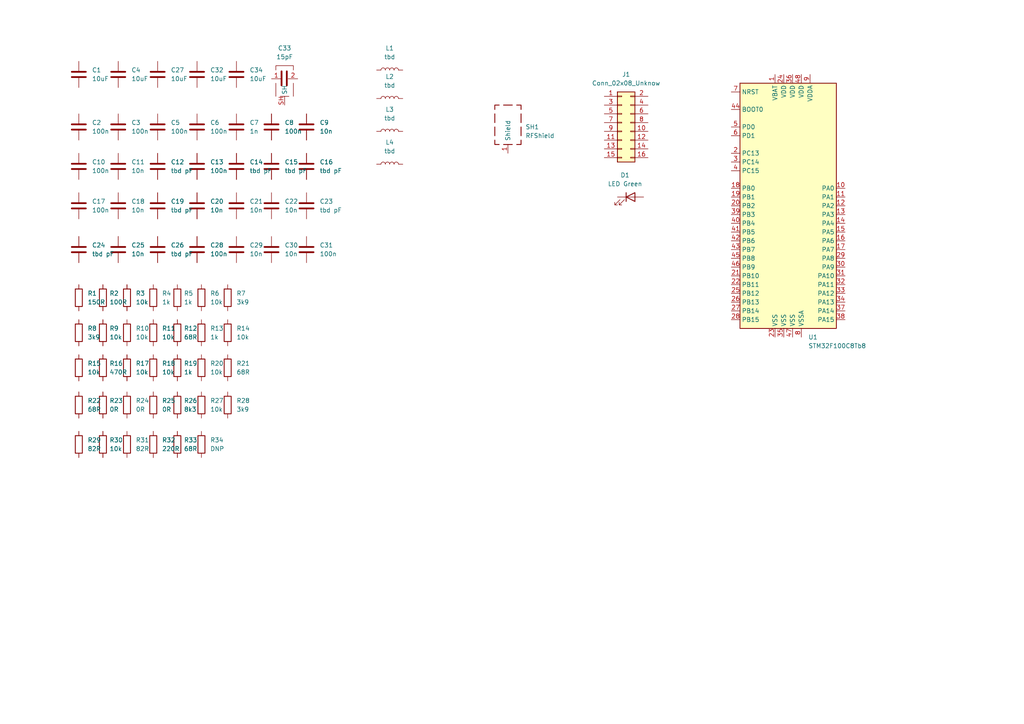
<source format=kicad_sch>
(kicad_sch (version 20211123) (generator eeschema)
  (paper "A4")
  (lib_symbols
    (symbol "C_Shield_1"
      (property "Reference" "C" (at 0 7.62 0))
      (property "Value" "C_Shield_1" (at 0 5.08 0))
      (symbol "C_Shield_1_0_1"
        (polyline (pts (xy -2.54 -5.08) (xy -2.54 -1.27)))
        (polyline (pts (xy -0.889 -1.905) (xy -0.889 2.159)) (stroke (width 0.508)))
        (polyline (pts (xy 0 -5.08) (xy -1.27 -5.08)))
        (polyline (pts (xy 0 -5.08) (xy 1.27 -5.08)))
        (polyline (pts (xy 0.635 -1.905) (xy 0.635 2.159)) (stroke (width 0.508)))
        (polyline (pts (xy 2.54 -1.27) (xy 2.54 -5.08)))
        (polyline (pts (xy -2.54 2.54) (xy -2.54 3.81) (xy 2.54 3.81) (xy 2.54 2.54)))
      )
      (symbol "C_Shield_1_1_1"
        (pin passive line (at -3.81 0 0) (length 2.794) (name "~") (number "1"))
        (pin passive line (at 3.81 0 180) (length 2.794) (name "~") (number "2"))
        (pin passive line (at 0 -7.62 90) (length 2.54) (name "SH") (number "SH"))
      )
    )
    (symbol "Connector_Generic:Conn_02x08_Odd_Even" (pin_names (offset 1.016) hide)
      (property "Reference" "J" (at 1.27 10.16 0))
      (property "Value" "Conn_02x08_Odd_Even" (at 1.27 -12.7 0))
      (symbol "Conn_02x08_Odd_Even_1_1"
        (rectangle (start -1.27 -10.033) (end 0 -10.287) (stroke (width 0.1524)))
        (rectangle (start -1.27 -7.493) (end 0 -7.747) (stroke (width 0.1524)))
        (rectangle (start -1.27 -4.953) (end 0 -5.207) (stroke (width 0.1524)))
        (rectangle (start -1.27 -2.413) (end 0 -2.667) (stroke (width 0.1524)))
        (rectangle (start -1.27 0.127) (end 0 -0.127) (stroke (width 0.1524)))
        (rectangle (start -1.27 2.667) (end 0 2.413) (stroke (width 0.1524)))
        (rectangle (start -1.27 5.207) (end 0 4.953) (stroke (width 0.1524)))
        (rectangle (start -1.27 7.747) (end 0 7.493) (stroke (width 0.1524)))
        (rectangle (start -1.27 8.89) (end 3.81 -11.43) (stroke (width 0.254)) (fill (type background)))
        (rectangle (start 3.81 -10.033) (end 2.54 -10.287) (stroke (width 0.1524)))
        (rectangle (start 3.81 -7.493) (end 2.54 -7.747) (stroke (width 0.1524)))
        (rectangle (start 3.81 -4.953) (end 2.54 -5.207) (stroke (width 0.1524)))
        (rectangle (start 3.81 -2.413) (end 2.54 -2.667) (stroke (width 0.1524)))
        (rectangle (start 3.81 0.127) (end 2.54 -0.127) (stroke (width 0.1524)))
        (rectangle (start 3.81 2.667) (end 2.54 2.413) (stroke (width 0.1524)))
        (rectangle (start 3.81 5.207) (end 2.54 4.953) (stroke (width 0.1524)))
        (rectangle (start 3.81 7.747) (end 2.54 7.493) (stroke (width 0.1524)))
        (pin passive line (at -5.08 7.62 0) (length 3.81) (name "Pin_1") (number "1"))
        (pin passive line (at 7.62 -2.54 180) (length 3.81) (name "Pin_10") (number "10"))
        (pin passive line (at -5.08 -5.08 0) (length 3.81) (name "Pin_11") (number "11"))
        (pin passive line (at 7.62 -5.08 180) (length 3.81) (name "Pin_12") (number "12"))
        (pin passive line (at -5.08 -7.62 0) (length 3.81) (name "Pin_13") (number "13"))
        (pin passive line (at 7.62 -7.62 180) (length 3.81) (name "Pin_14") (number "14"))
        (pin passive line (at -5.08 -10.16 0) (length 3.81) (name "Pin_15") (number "15"))
        (pin passive line (at 7.62 -10.16 180) (length 3.81) (name "Pin_16") (number "16"))
        (pin passive line (at 7.62 7.62 180) (length 3.81) (name "Pin_2") (number "2"))
        (pin passive line (at -5.08 5.08 0) (length 3.81) (name "Pin_3") (number "3"))
        (pin passive line (at 7.62 5.08 180) (length 3.81) (name "Pin_4") (number "4"))
        (pin passive line (at -5.08 2.54 0) (length 3.81) (name "Pin_5") (number "5"))
        (pin passive line (at 7.62 2.54 180) (length 3.81) (name "Pin_6") (number "6"))
        (pin passive line (at -5.08 0 0) (length 3.81) (name "Pin_7") (number "7"))
        (pin passive line (at 7.62 0 180) (length 3.81) (name "Pin_8") (number "8"))
        (pin passive line (at -5.08 -2.54 0) (length 3.81) (name "Pin_9") (number "9"))
      )
    )
    (symbol "Device:C" (pin_numbers hide) (pin_names (offset 0.254))
      (property "Reference" "C" (at 0.635 2.54 0))
      (property "Value" "C" (at 0.635 -2.54 0))
      (symbol "C_0_1"
        (polyline (pts (xy -2.032 -0.762) (xy 2.032 -0.762)) (stroke (width 0.508)))
        (polyline (pts (xy -2.032 0.762) (xy 2.032 0.762)) (stroke (width 0.508)))
      )
      (symbol "C_1_1"
        (pin passive line (at 0 3.81 270) (length 2.794) (name "~") (number "1"))
        (pin passive line (at 0 -3.81 90) (length 2.794) (name "~") (number "2"))
      )
    )
    (symbol "Device:L" (pin_numbers hide) (pin_names (offset 1.016) hide)
      (property "Reference" "L" (at -1.27 0 90))
      (property "Value" "L" (at 1.905 0 90))
      (symbol "L_0_1"
        (arc (start 0 -2.54) (mid 0.635 -1.905) (end 0 -1.27))
        (arc (start 0 -1.27) (mid 0.635 -0.635) (end 0 0))
        (arc (start 0 0) (mid 0.635 0.635) (end 0 1.27))
        (arc (start 0 1.27) (mid 0.635 1.905) (end 0 2.54))
      )
      (symbol "L_1_1"
        (pin passive line (at 0 3.81 270) (length 1.27) (name "1") (number "1"))
        (pin passive line (at 0 -3.81 90) (length 1.27) (name "2") (number "2"))
      )
    )
    (symbol "Device:LED" (pin_numbers hide) (pin_names (offset 1.016) hide)
      (property "Reference" "D" (at 0 2.54 0))
      (property "Value" "LED" (at 0 -2.54 0))
      (symbol "LED_0_1"
        (polyline (pts (xy -1.27 -1.27) (xy -1.27 1.27)) (stroke (width 0.254)))
        (polyline (pts (xy -1.27 0) (xy 1.27 0)))
        (polyline (pts (xy 1.27 -1.27) (xy 1.27 1.27) (xy -1.27 0) (xy 1.27 -1.27)) (stroke (width 0.254)))
        (polyline (pts (xy -3.048 -0.762) (xy -4.572 -2.286) (xy -3.81 -2.286) (xy -4.572 -2.286) (xy -4.572 -1.524)))
        (polyline (pts (xy -1.778 -0.762) (xy -3.302 -2.286) (xy -2.54 -2.286) (xy -3.302 -2.286) (xy -3.302 -1.524)))
      )
      (symbol "LED_1_1"
        (pin passive line (at -3.81 0 0) (length 2.54) (name "K") (number "1"))
        (pin passive line (at 3.81 0 180) (length 2.54) (name "A") (number "2"))
      )
    )
    (symbol "Device:R" (pin_numbers hide) (pin_names (offset 0))
      (property "Reference" "R" (at 2.032 0 90))
      (property "Value" "R" (at 0 0 90))
      (symbol "R_0_1"
        (rectangle (start -1.016 -2.54) (end 1.016 2.54) (stroke (width 0.254)))
      )
      (symbol "R_1_1"
        (pin passive line (at 0 3.81 270) (length 1.27) (name "~") (number "1"))
        (pin passive line (at 0 -3.81 90) (length 1.27) (name "~") (number "2"))
      )
    )
    (symbol "Device:RFShield_OnePiece" (pin_names (offset 1.016))
      (property "Reference" "SH1" (at 5.08 -2.54 0))
      (property "Value" "RFShield_OnePiece" (at 5.08 -5.08 0))
      (symbol "RFShield_OnePiece_0_1"
        (polyline (pts (xy -3.81 -5.08) (xy -3.81 -2.54)) (stroke (width 0.254)))
        (polyline (pts (xy -3.81 -1.27) (xy -3.81 1.27)) (stroke (width 0.254)))
        (polyline (pts (xy -1.27 -7.62) (xy 1.27 -7.62)) (stroke (width 0.254)))
        (polyline (pts (xy 1.27 3.81) (xy -1.27 3.81)) (stroke (width 0.254)))
        (polyline (pts (xy 3.81 -5.08) (xy 3.81 -2.54)) (stroke (width 0.254)))
        (polyline (pts (xy 3.81 -1.27) (xy 3.81 1.27)) (stroke (width 0.254)))
        (polyline (pts (xy -3.81 2.54) (xy -3.81 3.81) (xy -2.54 3.81)) (stroke (width 0.254)))
        (polyline (pts (xy -2.54 -7.62) (xy -3.81 -7.62) (xy -3.81 -6.35)) (stroke (width 0.254)))
        (polyline (pts (xy 2.54 -7.62) (xy 3.81 -7.62) (xy 3.81 -6.35)) (stroke (width 0.254)))
        (polyline (pts (xy 3.81 2.54) (xy 3.81 3.81) (xy 2.54 3.81)) (stroke (width 0.254)))
      )
      (symbol "RFShield_OnePiece_1_1"
        (pin passive line (at 0 -10.16 90) (length 2.54) (name "Shield") (number "1"))
      )
    )
    (symbol "MCU_ST_STM32F1:STM32F100C8Tx"
      (property "Reference" "U" (at -15.24 36.83 0))
      (property "Value" "STM32F100C8Tx" (at 7.62 36.83 0))
      (symbol "STM32F100C8Tx_0_1"
        (rectangle (start -15.24 -35.56) (end 12.7 35.56) (stroke (width 0.254)) (fill (type background)))
      )
      (symbol "STM32F100C8Tx_1_1"
        (pin power_in line (at -5.08 38.1 270) (length 2.54) (name "VBAT") (number "1"))
        (pin bidirectional line (at 15.24 5.08 180) (length 2.54) (name "PA0") (number "10"))
        (pin bidirectional line (at 15.24 2.54 180) (length 2.54) (name "PA1") (number "11"))
        (pin bidirectional line (at 15.24 0 180) (length 2.54) (name "PA2") (number "12"))
        (pin bidirectional line (at 15.24 -2.54 180) (length 2.54) (name "PA3") (number "13"))
        (pin bidirectional line (at 15.24 -5.08 180) (length 2.54) (name "PA4") (number "14"))
        (pin bidirectional line (at 15.24 -7.62 180) (length 2.54) (name "PA5") (number "15"))
        (pin bidirectional line (at 15.24 -10.16 180) (length 2.54) (name "PA6") (number "16"))
        (pin bidirectional line (at 15.24 -12.7 180) (length 2.54) (name "PA7") (number "17"))
        (pin bidirectional line (at -17.78 5.08 0) (length 2.54) (name "PB0") (number "18"))
        (pin bidirectional line (at -17.78 2.54 0) (length 2.54) (name "PB1") (number "19"))
        (pin bidirectional line (at -17.78 15.24 0) (length 2.54) (name "PC13") (number "2"))
        (pin bidirectional line (at -17.78 0 0) (length 2.54) (name "PB2") (number "20"))
        (pin bidirectional line (at -17.78 -20.32 0) (length 2.54) (name "PB10") (number "21"))
        (pin bidirectional line (at -17.78 -22.86 0) (length 2.54) (name "PB11") (number "22"))
        (pin power_in line (at -5.08 -38.1 90) (length 2.54) (name "VSS") (number "23"))
        (pin power_in line (at -2.54 38.1 270) (length 2.54) (name "VDD") (number "24"))
        (pin bidirectional line (at -17.78 -25.4 0) (length 2.54) (name "PB12") (number "25"))
        (pin bidirectional line (at -17.78 -27.94 0) (length 2.54) (name "PB13") (number "26"))
        (pin bidirectional line (at -17.78 -30.48 0) (length 2.54) (name "PB14") (number "27"))
        (pin bidirectional line (at -17.78 -33.02 0) (length 2.54) (name "PB15") (number "28"))
        (pin bidirectional line (at 15.24 -15.24 180) (length 2.54) (name "PA8") (number "29"))
        (pin bidirectional line (at -17.78 12.7 0) (length 2.54) (name "PC14") (number "3"))
        (pin bidirectional line (at 15.24 -17.78 180) (length 2.54) (name "PA9") (number "30"))
        (pin bidirectional line (at 15.24 -20.32 180) (length 2.54) (name "PA10") (number "31"))
        (pin bidirectional line (at 15.24 -22.86 180) (length 2.54) (name "PA11") (number "32"))
        (pin bidirectional line (at 15.24 -25.4 180) (length 2.54) (name "PA12") (number "33"))
        (pin bidirectional line (at 15.24 -27.94 180) (length 2.54) (name "PA13") (number "34"))
        (pin power_in line (at -2.54 -38.1 90) (length 2.54) (name "VSS") (number "35"))
        (pin power_in line (at 0 38.1 270) (length 2.54) (name "VDD") (number "36"))
        (pin bidirectional line (at 15.24 -30.48 180) (length 2.54) (name "PA14") (number "37"))
        (pin bidirectional line (at 15.24 -33.02 180) (length 2.54) (name "PA15") (number "38"))
        (pin bidirectional line (at -17.78 -2.54 0) (length 2.54) (name "PB3") (number "39"))
        (pin bidirectional line (at -17.78 10.16 0) (length 2.54) (name "PC15") (number "4"))
        (pin bidirectional line (at -17.78 -5.08 0) (length 2.54) (name "PB4") (number "40"))
        (pin bidirectional line (at -17.78 -7.62 0) (length 2.54) (name "PB5") (number "41"))
        (pin bidirectional line (at -17.78 -10.16 0) (length 2.54) (name "PB6") (number "42"))
        (pin bidirectional line (at -17.78 -12.7 0) (length 2.54) (name "PB7") (number "43"))
        (pin input line (at -17.78 27.94 0) (length 2.54) (name "BOOT0") (number "44"))
        (pin bidirectional line (at -17.78 -15.24 0) (length 2.54) (name "PB8") (number "45"))
        (pin bidirectional line (at -17.78 -17.78 0) (length 2.54) (name "PB9") (number "46"))
        (pin power_in line (at 0 -38.1 90) (length 2.54) (name "VSS") (number "47"))
        (pin power_in line (at 2.54 38.1 270) (length 2.54) (name "VDD") (number "48"))
        (pin input line (at -17.78 22.86 0) (length 2.54) (name "PD0") (number "5"))
        (pin input line (at -17.78 20.32 0) (length 2.54) (name "PD1") (number "6"))
        (pin input line (at -17.78 33.02 0) (length 2.54) (name "NRST") (number "7"))
        (pin power_in line (at 2.54 -38.1 90) (length 2.54) (name "VSSA") (number "8"))
        (pin power_in line (at 5.08 38.1 270) (length 2.54) (name "VDDA") (number "9"))
      )
    )
  )
  (symbol (lib_id "Device:R") (at 22.86 128.905 0) (unit 1)
    (property "Reference" "R29" (at 25.4 127.6349 0) (effects (justify left)))
    (property "Value" "82R" (at 25.4 130.1749 0) (effects (justify left)))
    (property "Footprint" "Resistor_SMD:R_0402_1005Metric" (effects hide))
  )
  (symbol (lib_id "Device:C") (at 22.86 59.69 0) (unit 1)
    (property "Reference" "C17" (at 26.67 58.4199 0) (effects (justify left)))
    (property "Value" "100n" (at 26.67 60.9599 0) (effects (justify left)))
    (property "Footprint" "Capacitor_SMD:C_0402_1005Metric" (effects hide))
  )
  (symbol (lib_id "Device:C") (at 34.29 48.26 0) (unit 1)
    (property "Reference" "C11" (at 38.1 46.9899 0) (effects (justify left)))
    (property "Value" "10n" (at 38.1 49.5299 0) (effects (justify left)))
    (property "Footprint" "Capacitor_SMD:C_0402_1005Metric" (effects hide))
  )
  (symbol (lib_name "C_Shield_1") (lib_id "RPM411:C_Shield") (at 82.55 22.86 0) (unit 1)
    (property "Reference" "C33" (at 82.55 13.97 0))
    (property "Value" "15pF" (at 82.55 16.51 0))
    (property "Footprint" "RPM411:Cap_Shield" (effects hide))
  )
  (symbol (lib_id "Device:C") (at 68.58 59.69 0) (unit 1)
    (property "Reference" "C21" (at 72.39 58.4199 0) (effects (justify left)))
    (property "Value" "10n" (at 72.39 60.9599 0) (effects (justify left)))
    (property "Footprint" "Capacitor_SMD:C_0402_1005Metric" (effects hide))
  )
  (symbol (lib_id "Device:R") (at 36.83 96.52 0) (unit 1)
    (property "Reference" "R10" (at 39.37 95.2499 0) (effects (justify left)))
    (property "Value" "10k" (at 39.37 97.7899 0) (effects (justify left)))
    (property "Footprint" "Resistor_SMD:R_0402_1005Metric" (effects hide))
  )
  (symbol (lib_id "Device:R") (at 51.435 96.52 0) (unit 1)
    (property "Reference" "R12" (at 53.34 95.2499 0) (effects (justify left)))
    (property "Value" "68R" (at 53.34 97.7899 0) (effects (justify left)))
    (property "Footprint" "Resistor_SMD:R_0402_1005Metric" (effects hide))
  )
  (symbol (lib_id "Device:C") (at 78.74 72.39 0) (unit 1)
    (property "Reference" "C30" (at 82.55 71.1199 0) (effects (justify left)))
    (property "Value" "10n" (at 82.55 73.6599 0) (effects (justify left)))
    (property "Footprint" "Capacitor_SMD:C_0402_1005Metric" (effects hide))
  )
  (symbol (lib_id "Device:RFShield_OnePiece") (at 147.32 34.29 0) (unit 1)
    (property "Reference" "SH1" (at 152.4 36.83 0) (effects (justify left)))
    (property "Value" "RFShield" (at 152.4 39.37 0) (effects (justify left)))
    (property "Footprint" "RPM411:RMP411_Shield" (effects hide))
  )
  (symbol (lib_id "Device:R") (at 22.86 117.475 0) (unit 1)
    (property "Reference" "R22" (at 25.4 116.2049 0) (effects (justify left)))
    (property "Value" "68R" (at 25.4 118.7449 0) (effects (justify left)))
    (property "Footprint" "Resistor_SMD:R_0402_1005Metric" (effects hide))
  )
  (symbol (lib_id "Device:C") (at 88.9 36.83 0) (unit 1)
    (property "Reference" "C9" (at 92.71 35.5599 0) (effects (justify left)))
    (property "Value" "10n" (at 92.71 38.0999 0) (effects (justify left)))
    (property "Footprint" "Capacitor_SMD:C_0402_1005Metric" (effects hide))
  )
  (symbol (lib_id "Device:R") (at 58.42 96.52 0) (unit 1)
    (property "Reference" "R13" (at 60.96 95.2499 0) (effects (justify left)))
    (property "Value" "1k" (at 60.96 97.7899 0) (effects (justify left)))
    (property "Footprint" "Resistor_SMD:R_0402_1005Metric" (effects hide))
  )
  (symbol (lib_id "Device:R") (at 44.45 128.905 0) (unit 1)
    (property "Reference" "R32" (at 46.99 127.6349 0) (effects (justify left)))
    (property "Value" "220R" (at 46.99 130.1749 0) (effects (justify left)))
    (property "Footprint" "Resistor_SMD:R_0402_1005Metric" (effects hide))
  )
  (symbol (lib_id "Device:R") (at 51.435 86.36 0) (unit 1)
    (property "Reference" "R5" (at 53.34 85.0899 0) (effects (justify left)))
    (property "Value" "1k" (at 53.34 87.6299 0) (effects (justify left)))
    (property "Footprint" "Resistor_SMD:R_0402_1005Metric" (effects hide))
  )
  (symbol (lib_id "Device:C") (at 57.15 36.83 0) (unit 1)
    (property "Reference" "C6" (at 60.96 35.5599 0) (effects (justify left)))
    (property "Value" "100n" (at 60.96 38.0999 0) (effects (justify left)))
    (property "Footprint" "Capacitor_SMD:C_0402_1005Metric" (effects hide))
  )
  (symbol (lib_id "Device:R") (at 22.86 86.36 0) (unit 1)
    (property "Reference" "R1" (at 25.4 85.0899 0) (effects (justify left)))
    (property "Value" "150R" (at 25.4 87.6299 0) (effects (justify left)))
    (property "Footprint" "Resistor_SMD:R_0402_1005Metric" (effects hide))
  )
  (symbol (lib_id "Device:R") (at 66.04 106.68 0) (unit 1)
    (property "Reference" "R21" (at 68.58 105.4099 0) (effects (justify left)))
    (property "Value" "68R" (at 68.58 107.9499 0) (effects (justify left)))
    (property "Footprint" "Resistor_SMD:R_0402_1005Metric" (effects hide))
  )
  (symbol (lib_id "Device:C") (at 78.74 59.69 0) (unit 1)
    (property "Reference" "C22" (at 82.55 58.4199 0) (effects (justify left)))
    (property "Value" "10n" (at 82.55 60.9599 0) (effects (justify left)))
    (property "Footprint" "Capacitor_SMD:C_0402_1005Metric" (effects hide))
  )
  (symbol (lib_id "Device:C") (at 88.9 59.69 0) (unit 1)
    (property "Reference" "C23" (at 92.71 58.4199 0) (effects (justify left)))
    (property "Value" "tbd pF" (at 92.71 60.9599 0) (effects (justify left)))
    (property "Footprint" "Capacitor_SMD:C_0402_1005Metric" (effects hide))
  )
  (symbol (lib_id "Device:R") (at 58.42 86.36 0) (unit 1)
    (property "Reference" "R6" (at 60.96 85.0899 0) (effects (justify left)))
    (property "Value" "10k" (at 60.96 87.6299 0) (effects (justify left)))
    (property "Footprint" "Resistor_SMD:R_0402_1005Metric" (effects hide))
  )
  (symbol (lib_id "MCU_ST_STM32F1:STM32F100C8Tx") (at 229.87 59.69 0) (unit 1)
    (property "Reference" "U1" (at 234.4294 97.79 0) (effects (justify left)))
    (property "Value" "STM32F100C8Tb8" (at 234.4294 100.33 0) (effects (justify left)))
    (property "Footprint" "Package_QFP:LQFP-48_7x7mm_P0.5mm" (effects hide))
    (property "Datasheet" "http://www.st.com/st-web-ui/static/active/en/resource/technical/document/datasheet/CD00251732.pdf" (effects hide))
  )
  (symbol (lib_id "Device:R") (at 36.83 117.475 0) (unit 1)
    (property "Reference" "R24" (at 39.37 116.2049 0) (effects (justify left)))
    (property "Value" "0R" (at 39.37 118.7449 0) (effects (justify left)))
    (property "Footprint" "Resistor_SMD:R_0402_1005Metric" (effects hide))
  )
  (symbol (lib_id "Device:LED") (at 182.88 57.15 0) (unit 1)
    (property "Reference" "D1" (at 181.2925 50.8 0))
    (property "Value" "LED Green" (at 181.2925 53.34 0))
    (property "Footprint" "LED_SMD:LED_0805_2012Metric" (effects hide))
  )
  (symbol (lib_id "Device:R") (at 29.845 128.905 0) (unit 1)
    (property "Reference" "R30" (at 31.75 127.6349 0) (effects (justify left)))
    (property "Value" "10k" (at 31.75 130.1749 0) (effects (justify left)))
    (property "Footprint" "Resistor_SMD:R_0402_1005Metric" (effects hide))
  )
  (symbol (lib_id "Device:R") (at 51.435 106.68 0) (unit 1)
    (property "Reference" "R19" (at 53.34 105.4099 0) (effects (justify left)))
    (property "Value" "1k" (at 53.34 107.9499 0) (effects (justify left)))
    (property "Footprint" "Resistor_SMD:R_0402_1005Metric" (effects hide))
  )
  (symbol (lib_id "Device:C") (at 57.15 48.26 0) (unit 1)
    (property "Reference" "C13" (at 60.96 46.9899 0) (effects (justify left)))
    (property "Value" "100n" (at 60.96 49.5299 0) (effects (justify left)))
    (property "Footprint" "Capacitor_SMD:C_0402_1005Metric" (effects hide))
  )
  (symbol (lib_id "Device:R") (at 58.42 106.68 0) (unit 1)
    (property "Reference" "R20" (at 60.96 105.4099 0) (effects (justify left)))
    (property "Value" "10k" (at 60.96 107.9499 0) (effects (justify left)))
    (property "Footprint" "Resistor_SMD:R_0402_1005Metric" (effects hide))
  )
  (symbol (lib_id "Device:C") (at 45.72 21.59 0) (unit 1)
    (property "Reference" "C27" (at 49.53 20.3199 0) (effects (justify left)))
    (property "Value" "10uF" (at 49.53 22.8599 0) (effects (justify left)))
    (property "Footprint" "Capacitor_SMD:C_0805_2012Metric" (effects hide))
  )
  (symbol (lib_id "Device:C") (at 45.72 59.69 0) (unit 1)
    (property "Reference" "C19" (at 49.53 58.4199 0) (effects (justify left)))
    (property "Value" "tbd pF" (at 49.53 60.9599 0) (effects (justify left)))
    (property "Footprint" "Capacitor_SMD:C_0402_1005Metric" (effects hide))
  )
  (symbol (lib_id "Device:C") (at 34.29 21.59 0) (unit 1)
    (property "Reference" "C4" (at 38.1 20.3199 0) (effects (justify left)))
    (property "Value" "10uF" (at 38.1 22.8599 0) (effects (justify left)))
    (property "Footprint" "Capacitor_SMD:C_0805_2012Metric" (effects hide))
  )
  (symbol (lib_id "Device:L") (at 113.03 47.625 90) (unit 1)
    (property "Reference" "L4" (at 113.03 41.275 90))
    (property "Value" "tbd" (at 113.03 43.815 90))
    (property "Footprint" "Inductor_SMD:L_0402_1005Metric" (effects hide))
  )
  (symbol (lib_id "Device:C") (at 34.29 59.69 0) (unit 1)
    (property "Reference" "C18" (at 38.1 58.4199 0) (effects (justify left)))
    (property "Value" "10n" (at 38.1 60.9599 0) (effects (justify left)))
    (property "Footprint" "Capacitor_SMD:C_0402_1005Metric" (effects hide))
  )
  (symbol (lib_id "Device:R") (at 51.435 128.905 0) (unit 1)
    (property "Reference" "R33" (at 53.34 127.6349 0) (effects (justify left)))
    (property "Value" "68R" (at 53.34 130.1749 0) (effects (justify left)))
    (property "Footprint" "Resistor_SMD:R_0402_1005Metric" (effects hide))
  )
  (symbol (lib_id "Device:R") (at 66.04 117.475 0) (unit 1)
    (property "Reference" "R28" (at 68.58 116.2049 0) (effects (justify left)))
    (property "Value" "3k9" (at 68.58 118.7449 0) (effects (justify left)))
    (property "Footprint" "Resistor_SMD:R_0402_1005Metric" (effects hide))
  )
  (symbol (lib_id "Device:C") (at 68.58 72.39 0) (unit 1)
    (property "Reference" "C29" (at 72.39 71.1199 0) (effects (justify left)))
    (property "Value" "10n" (at 72.39 73.6599 0) (effects (justify left)))
    (property "Footprint" "Capacitor_SMD:C_0402_1005Metric" (effects hide))
  )
  (symbol (lib_id "Device:R") (at 66.04 96.52 0) (unit 1)
    (property "Reference" "R14" (at 68.58 95.2499 0) (effects (justify left)))
    (property "Value" "10k" (at 68.58 97.7899 0) (effects (justify left)))
    (property "Footprint" "Resistor_SMD:R_0402_1005Metric" (effects hide))
  )
  (symbol (lib_id "Device:R") (at 29.845 117.475 0) (unit 1)
    (property "Reference" "R23" (at 31.75 116.2049 0) (effects (justify left)))
    (property "Value" "0R" (at 31.75 118.7449 0) (effects (justify left)))
    (property "Footprint" "Resistor_SMD:R_0402_1005Metric" (effects hide))
  )
  (symbol (lib_id "Device:R") (at 22.86 96.52 0) (unit 1)
    (property "Reference" "R8" (at 25.4 95.2499 0) (effects (justify left)))
    (property "Value" "3k9" (at 25.4 97.7899 0) (effects (justify left)))
    (property "Footprint" "Resistor_SMD:R_0402_1005Metric" (effects hide))
  )
  (symbol (lib_id "Connector_Generic:Conn_02x08_Odd_Even") (at 180.34 35.56 0) (unit 1)
    (property "Reference" "J1" (at 181.61 21.59 0))
    (property "Value" "Conn_02x08_Unknow" (at 181.61 24.13 0))
  )
  (symbol (lib_id "Device:R") (at 44.45 106.68 0) (unit 1)
    (property "Reference" "R18" (at 46.99 105.4099 0) (effects (justify left)))
    (property "Value" "10k" (at 46.99 107.9499 0) (effects (justify left)))
    (property "Footprint" "Resistor_SMD:R_0402_1005Metric" (effects hide))
  )
  (symbol (lib_id "Device:C") (at 22.86 48.26 0) (unit 1)
    (property "Reference" "C10" (at 26.67 46.9899 0) (effects (justify left)))
    (property "Value" "100n" (at 26.67 49.5299 0) (effects (justify left)))
    (property "Footprint" "Capacitor_SMD:C_0402_1005Metric" (effects hide))
  )
  (symbol (lib_id "Device:C") (at 45.72 72.39 0) (unit 1)
    (property "Reference" "C26" (at 49.53 71.1199 0) (effects (justify left)))
    (property "Value" "tbd pF" (at 49.53 73.6599 0) (effects (justify left)))
    (property "Footprint" "Capacitor_SMD:C_0402_1005Metric" (effects hide))
  )
  (symbol (lib_id "Device:C") (at 88.9 48.26 0) (unit 1)
    (property "Reference" "C16" (at 92.71 46.9899 0) (effects (justify left)))
    (property "Value" "tbd pF" (at 92.71 49.5299 0) (effects (justify left)))
    (property "Footprint" "Capacitor_SMD:C_0402_1005Metric" (effects hide))
  )
  (symbol (lib_id "Device:R") (at 36.83 106.68 0) (unit 1)
    (property "Reference" "R17" (at 39.37 105.4099 0) (effects (justify left)))
    (property "Value" "10k" (at 39.37 107.9499 0) (effects (justify left)))
    (property "Footprint" "Resistor_SMD:R_0402_1005Metric" (effects hide))
  )
  (symbol (lib_id "Device:R") (at 44.45 96.52 0) (unit 1)
    (property "Reference" "R11" (at 46.99 95.2499 0) (effects (justify left)))
    (property "Value" "10k" (at 46.99 97.7899 0) (effects (justify left)))
    (property "Footprint" "Resistor_SMD:R_0402_1005Metric" (effects hide))
  )
  (symbol (lib_id "Device:C") (at 88.9 72.39 0) (unit 1)
    (property "Reference" "C31" (at 92.71 71.1199 0) (effects (justify left)))
    (property "Value" "100n" (at 92.71 73.6599 0) (effects (justify left)))
    (property "Footprint" "Capacitor_SMD:C_0402_1005Metric" (effects hide))
  )
  (symbol (lib_id "Device:C") (at 78.74 48.26 0) (unit 1)
    (property "Reference" "C15" (at 82.55 46.9899 0) (effects (justify left)))
    (property "Value" "tbd pF" (at 82.55 49.5299 0) (effects (justify left)))
    (property "Footprint" "Capacitor_SMD:C_0402_1005Metric" (effects hide))
  )
  (symbol (lib_id "Device:L") (at 113.03 38.1 90) (unit 1)
    (property "Reference" "L3" (at 113.03 31.75 90))
    (property "Value" "tbd" (at 113.03 34.29 90))
    (property "Footprint" "Inductor_SMD:L_0402_1005Metric" (effects hide))
  )
  (symbol (lib_id "Device:C") (at 22.86 36.83 0) (unit 1)
    (property "Reference" "C2" (at 26.67 35.5599 0) (effects (justify left)))
    (property "Value" "100n" (at 26.67 38.0999 0) (effects (justify left)))
    (property "Footprint" "Capacitor_SMD:C_0402_1005Metric" (effects hide))
  )
  (symbol (lib_id "Device:C") (at 22.86 72.39 0) (unit 1)
    (property "Reference" "C24" (at 26.67 71.1199 0) (effects (justify left)))
    (property "Value" "tbd pF" (at 26.67 73.6599 0) (effects (justify left)))
    (property "Footprint" "Capacitor_SMD:C_0402_1005Metric" (effects hide))
  )
  (symbol (lib_id "Device:R") (at 51.435 117.475 0) (unit 1)
    (property "Reference" "R26" (at 53.34 116.2049 0) (effects (justify left)))
    (property "Value" "8k3" (at 53.34 118.7449 0) (effects (justify left)))
    (property "Footprint" "Resistor_SMD:R_0402_1005Metric" (effects hide))
  )
  (symbol (lib_id "Device:C") (at 68.58 48.26 0) (unit 1)
    (property "Reference" "C14" (at 72.39 46.9899 0) (effects (justify left)))
    (property "Value" "tbd pF" (at 72.39 49.5299 0) (effects (justify left)))
    (property "Footprint" "Capacitor_SMD:C_0402_1005Metric" (effects hide))
  )
  (symbol (lib_id "Device:R") (at 44.45 117.475 0) (unit 1)
    (property "Reference" "R25" (at 46.99 116.2049 0) (effects (justify left)))
    (property "Value" "0R" (at 46.99 118.7449 0) (effects (justify left)))
    (property "Footprint" "Resistor_SMD:R_0402_1005Metric" (effects hide))
  )
  (symbol (lib_id "Device:C") (at 68.58 36.83 0) (unit 1)
    (property "Reference" "C7" (at 72.39 35.5599 0) (effects (justify left)))
    (property "Value" "1n" (at 72.39 38.0999 0) (effects (justify left)))
    (property "Footprint" "Capacitor_SMD:C_0402_1005Metric" (effects hide))
  )
  (symbol (lib_id "Device:R") (at 29.845 96.52 0) (unit 1)
    (property "Reference" "R9" (at 31.75 95.2499 0) (effects (justify left)))
    (property "Value" "10k" (at 31.75 97.7899 0) (effects (justify left)))
    (property "Footprint" "Resistor_SMD:R_0402_1005Metric" (effects hide))
  )
  (symbol (lib_id "Device:C") (at 68.58 21.59 0) (unit 1)
    (property "Reference" "C34" (at 72.39 20.3199 0) (effects (justify left)))
    (property "Value" "10uF" (at 72.39 22.8599 0) (effects (justify left)))
    (property "Footprint" "Capacitor_SMD:C_0805_2012Metric" (effects hide))
  )
  (symbol (lib_id "Device:L") (at 113.03 28.575 90) (unit 1)
    (property "Reference" "L2" (at 113.03 22.225 90))
    (property "Value" "tbd" (at 113.03 24.765 90))
    (property "Footprint" "Inductor_SMD:L_0402_1005Metric" (effects hide))
  )
  (symbol (lib_id "Device:C") (at 57.15 21.59 0) (unit 1)
    (property "Reference" "C32" (at 60.96 20.3199 0) (effects (justify left)))
    (property "Value" "10uF" (at 60.96 22.8599 0) (effects (justify left)))
    (property "Footprint" "Capacitor_SMD:C_0805_2012Metric" (effects hide))
  )
  (symbol (lib_id "Device:R") (at 36.83 86.36 0) (unit 1)
    (property "Reference" "R3" (at 39.37 85.0899 0) (effects (justify left)))
    (property "Value" "10k" (at 39.37 87.6299 0) (effects (justify left)))
    (property "Footprint" "Resistor_SMD:R_0402_1005Metric" (effects hide))
  )
  (symbol (lib_id "Device:L") (at 113.03 20.32 90) (unit 1)
    (property "Reference" "L1" (at 113.03 13.97 90))
    (property "Value" "tbd" (at 113.03 16.51 90))
    (property "Footprint" "Inductor_SMD:L_0402_1005Metric" (effects hide))
  )
  (symbol (lib_id "Device:R") (at 36.83 128.905 0) (unit 1)
    (property "Reference" "R31" (at 39.37 127.6349 0) (effects (justify left)))
    (property "Value" "82R" (at 39.37 130.1749 0) (effects (justify left)))
    (property "Footprint" "Resistor_SMD:R_0402_1005Metric" (effects hide))
  )
  (symbol (lib_id "Device:R") (at 29.845 86.36 0) (unit 1)
    (property "Reference" "R2" (at 31.75 85.0899 0) (effects (justify left)))
    (property "Value" "100R" (at 31.75 87.6299 0) (effects (justify left)))
    (property "Footprint" "Resistor_SMD:R_0402_1005Metric" (effects hide))
  )
  (symbol (lib_id "Device:R") (at 58.42 117.475 0) (unit 1)
    (property "Reference" "R27" (at 60.96 116.2049 0) (effects (justify left)))
    (property "Value" "10k" (at 60.96 118.7449 0) (effects (justify left)))
    (property "Footprint" "Resistor_SMD:R_0402_1005Metric" (effects hide))
  )
  (symbol (lib_id "Device:C") (at 45.72 36.83 0) (unit 1)
    (property "Reference" "C5" (at 49.53 35.5599 0) (effects (justify left)))
    (property "Value" "100n" (at 49.53 38.0999 0) (effects (justify left)))
    (property "Footprint" "Capacitor_SMD:C_0402_1005Metric" (effects hide))
  )
  (symbol (lib_id "Device:R") (at 58.42 128.905 0) (unit 1)
    (property "Reference" "R34" (at 60.96 127.6349 0) (effects (justify left)))
    (property "Value" "DNP" (at 60.96 130.1749 0) (effects (justify left)))
    (property "Footprint" "Resistor_SMD:R_0402_1005Metric" (effects hide))
  )
  (symbol (lib_id "Device:C") (at 34.29 72.39 0) (unit 1)
    (property "Reference" "C25" (at 38.1 71.1199 0) (effects (justify left)))
    (property "Value" "10n" (at 38.1 73.6599 0) (effects (justify left)))
    (property "Footprint" "Capacitor_SMD:C_0402_1005Metric" (effects hide))
  )
  (symbol (lib_id "Device:C") (at 45.72 48.26 0) (unit 1)
    (property "Reference" "C12" (at 49.53 46.9899 0) (effects (justify left)))
    (property "Value" "tbd pF" (at 49.53 49.5299 0) (effects (justify left)))
    (property "Footprint" "Capacitor_SMD:C_0402_1005Metric" (effects hide))
  )
  (symbol (lib_id "Device:R") (at 29.845 106.68 0) (unit 1)
    (property "Reference" "R16" (at 31.75 105.4099 0) (effects (justify left)))
    (property "Value" "470R" (at 31.75 107.9499 0) (effects (justify left)))
    (property "Footprint" "Resistor_SMD:R_0402_1005Metric" (effects hide))
  )
  (symbol (lib_id "Device:C") (at 57.15 72.39 0) (unit 1)
    (property "Reference" "C28" (at 60.96 71.1199 0) (effects (justify left)))
    (property "Value" "100n" (at 60.96 73.6599 0) (effects (justify left)))
    (property "Footprint" "Capacitor_SMD:C_0402_1005Metric" (effects hide))
  )
  (symbol (lib_id "Device:R") (at 66.04 86.36 0) (unit 1)
    (property "Reference" "R7" (at 68.58 85.0899 0) (effects (justify left)))
    (property "Value" "3k9" (at 68.58 87.6299 0) (effects (justify left)))
    (property "Footprint" "Resistor_SMD:R_0402_1005Metric" (effects hide))
  )
  (symbol (lib_id "Device:C") (at 34.29 36.83 0) (unit 1)
    (property "Reference" "C3" (at 38.1 35.5599 0) (effects (justify left)))
    (property "Value" "100n" (at 38.1 38.0999 0) (effects (justify left)))
    (property "Footprint" "Capacitor_SMD:C_0402_1005Metric" (effects hide))
  )
  (symbol (lib_id "Device:C") (at 22.86 21.59 0) (unit 1)
    (property "Reference" "C1" (at 26.67 20.3199 0) (effects (justify left)))
    (property "Value" "10uF" (at 26.67 22.8599 0) (effects (justify left)))
    (property "Footprint" "Capacitor_SMD:C_0805_2012Metric" (effects hide))
  )
  (symbol (lib_id "Device:R") (at 22.86 106.68 0) (unit 1)
    (property "Reference" "R15" (at 25.4 105.4099 0) (effects (justify left)))
    (property "Value" "10k" (at 25.4 107.9499 0) (effects (justify left)))
    (property "Footprint" "Resistor_SMD:R_0402_1005Metric" (effects hide))
  )
  (symbol (lib_id "Device:C") (at 78.74 36.83 0) (unit 1)
    (property "Reference" "C8" (at 82.55 35.5599 0) (effects (justify left)))
    (property "Value" "100n" (at 82.55 38.0999 0) (effects (justify left)))
    (property "Footprint" "Capacitor_SMD:C_0402_1005Metric" (effects hide))
  )
  (symbol (lib_id "Device:R") (at 44.45 86.36 0) (unit 1)
    (property "Reference" "R4" (at 46.99 85.0899 0) (effects (justify left)))
    (property "Value" "1k" (at 46.99 87.6299 0) (effects (justify left)))
    (property "Footprint" "Resistor_SMD:R_0402_1005Metric" (effects hide))
  )
  (symbol (lib_id "Device:C") (at 57.15 59.69 0) (unit 1)
    (property "Reference" "C20" (at 60.96 58.4199 0) (effects (justify left)))
    (property "Value" "10n" (at 60.96 60.9599 0) (effects (justify left)))
    (property "Footprint" "Capacitor_SMD:C_0402_1005Metric" (effects hide))
  )
)
</source>
